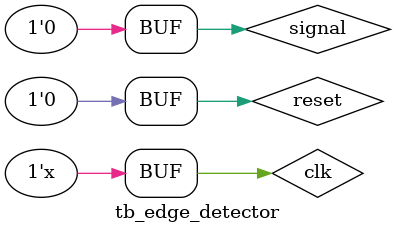
<source format=v>
`timescale 1ns / 1ps

module tb_edge_detector;

reg clk = 0;
reg signal = 0;
reg reset = 0;
wire outedge;

edge_detector uut(
    .clk(clk),
    .signal(signal),
    .reset(reset),
    .outedge(outedge)
    );

//Simulate clock signal
always #5 clk = ~clk;

initial begin
    #100 reset = 1; signal = 0;
    #100 reset = 0; signal = 1;
    #100 reset = 0; signal = 1;
    #100 reset = 0; signal = 1;
    #100 reset = 0; signal = 0;
    #100 reset = 0; signal = 1;
    #100 reset = 0; signal = 0;
    #100 reset = 0; signal = 0;
    end
endmodule

</source>
